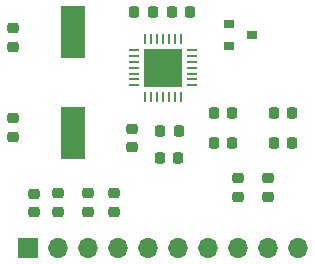
<source format=gts>
G04 #@! TF.GenerationSoftware,KiCad,Pcbnew,(5.99.0-6951-g72beaf1538)*
G04 #@! TF.CreationDate,2020-12-06T23:29:21+11:00*
G04 #@! TF.ProjectId,MCP39F511_Breakout,4d435033-3946-4353-9131-5f427265616b,rev?*
G04 #@! TF.SameCoordinates,Original*
G04 #@! TF.FileFunction,Soldermask,Top*
G04 #@! TF.FilePolarity,Negative*
%FSLAX46Y46*%
G04 Gerber Fmt 4.6, Leading zero omitted, Abs format (unit mm)*
G04 Created by KiCad (PCBNEW (5.99.0-6951-g72beaf1538)) date 2020-12-06 23:29:21*
%MOMM*%
%LPD*%
G01*
G04 APERTURE LIST*
G04 Aperture macros list*
%AMRoundRect*
0 Rectangle with rounded corners*
0 $1 Rounding radius*
0 $2 $3 $4 $5 $6 $7 $8 $9 X,Y pos of 4 corners*
0 Add a 4 corners polygon primitive as box body*
4,1,4,$2,$3,$4,$5,$6,$7,$8,$9,$2,$3,0*
0 Add four circle primitives for the rounded corners*
1,1,$1+$1,$2,$3,0*
1,1,$1+$1,$4,$5,0*
1,1,$1+$1,$6,$7,0*
1,1,$1+$1,$8,$9,0*
0 Add four rect primitives between the rounded corners*
20,1,$1+$1,$2,$3,$4,$5,0*
20,1,$1+$1,$4,$5,$6,$7,0*
20,1,$1+$1,$6,$7,$8,$9,0*
20,1,$1+$1,$8,$9,$2,$3,0*%
G04 Aperture macros list end*
%ADD10R,0.810000X0.260000*%
%ADD11R,0.260000X0.810000*%
%ADD12R,3.250000X3.250000*%
%ADD13RoundRect,0.218750X-0.218750X-0.256250X0.218750X-0.256250X0.218750X0.256250X-0.218750X0.256250X0*%
%ADD14RoundRect,0.218750X0.218750X0.256250X-0.218750X0.256250X-0.218750X-0.256250X0.218750X-0.256250X0*%
%ADD15R,0.900000X0.800000*%
%ADD16R,1.700000X1.700000*%
%ADD17O,1.700000X1.700000*%
%ADD18RoundRect,0.218750X-0.256250X0.218750X-0.256250X-0.218750X0.256250X-0.218750X0.256250X0.218750X0*%
%ADD19RoundRect,0.218750X0.256250X-0.218750X0.256250X0.218750X-0.256250X0.218750X-0.256250X-0.218750X0*%
%ADD20R,2.000000X4.500000*%
G04 APERTURE END LIST*
D10*
X125820000Y-100100000D03*
X125820000Y-100600000D03*
X125820000Y-101100000D03*
X125820000Y-101600000D03*
X125820000Y-102100000D03*
X125820000Y-102600000D03*
X125820000Y-103100000D03*
D11*
X126770000Y-104050000D03*
X127270000Y-104050000D03*
X127770000Y-104050000D03*
X128270000Y-104050000D03*
X128770000Y-104050000D03*
X129270000Y-104050000D03*
X129770000Y-104050000D03*
D10*
X130720000Y-103100000D03*
X130720000Y-102600000D03*
X130720000Y-102100000D03*
X130720000Y-101600000D03*
X130720000Y-101100000D03*
X130720000Y-100600000D03*
X130720000Y-100100000D03*
D11*
X129770000Y-99150000D03*
X129270000Y-99150000D03*
X128770000Y-99150000D03*
X128270000Y-99150000D03*
X127770000Y-99150000D03*
X127270000Y-99150000D03*
X126770000Y-99150000D03*
D12*
X128270000Y-101600000D03*
D13*
X128016500Y-106934000D03*
X129591500Y-106934000D03*
D14*
X134137500Y-105410000D03*
X132562500Y-105410000D03*
D15*
X133810746Y-97861806D03*
X133810746Y-99761806D03*
X135810746Y-98811806D03*
D16*
X116840000Y-116840000D03*
D17*
X119380000Y-116840000D03*
X121920000Y-116840000D03*
X124460000Y-116840000D03*
X127000000Y-116840000D03*
X129540000Y-116840000D03*
X132080000Y-116840000D03*
X134620000Y-116840000D03*
X137160000Y-116840000D03*
X139700000Y-116840000D03*
D18*
X115570000Y-98272500D03*
X115570000Y-99847500D03*
D19*
X124079000Y-113817500D03*
X124079000Y-112242500D03*
D18*
X119380000Y-112242500D03*
X119380000Y-113817500D03*
D13*
X137642500Y-107950000D03*
X139217500Y-107950000D03*
X127990500Y-109220000D03*
X129565500Y-109220000D03*
D19*
X115570000Y-107467500D03*
X115570000Y-105892500D03*
D14*
X139217500Y-105410000D03*
X137642500Y-105410000D03*
X130581500Y-96901000D03*
X129006500Y-96901000D03*
D19*
X137160000Y-112547500D03*
X137160000Y-110972500D03*
D14*
X134137500Y-107950000D03*
X132562500Y-107950000D03*
D18*
X134620000Y-110972500D03*
X134620000Y-112547500D03*
X117348000Y-112268500D03*
X117348000Y-113843500D03*
X121920000Y-112242500D03*
X121920000Y-113817500D03*
D13*
X125806500Y-96901000D03*
X127381500Y-96901000D03*
D20*
X120650000Y-107120000D03*
X120650000Y-98620000D03*
D18*
X125603000Y-106781500D03*
X125603000Y-108356500D03*
M02*

</source>
